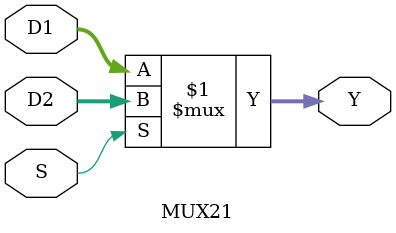
<source format=v>
`timescale 1ns / 1ps


module MUX21(
    input [31:0] D1,
    input [31:0] D2,
    input S,
    output [31:0] Y
    );
    
    assign Y = S ? D2:D1;  
endmodule

</source>
